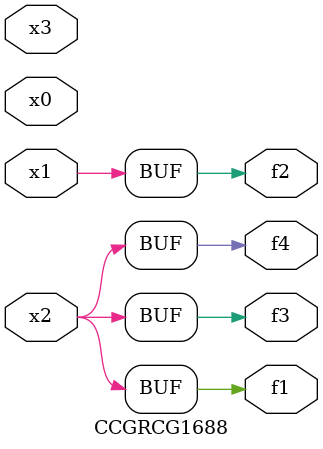
<source format=v>
module CCGRCG1688(
	input x0, x1, x2, x3,
	output f1, f2, f3, f4
);
	assign f1 = x2;
	assign f2 = x1;
	assign f3 = x2;
	assign f4 = x2;
endmodule

</source>
